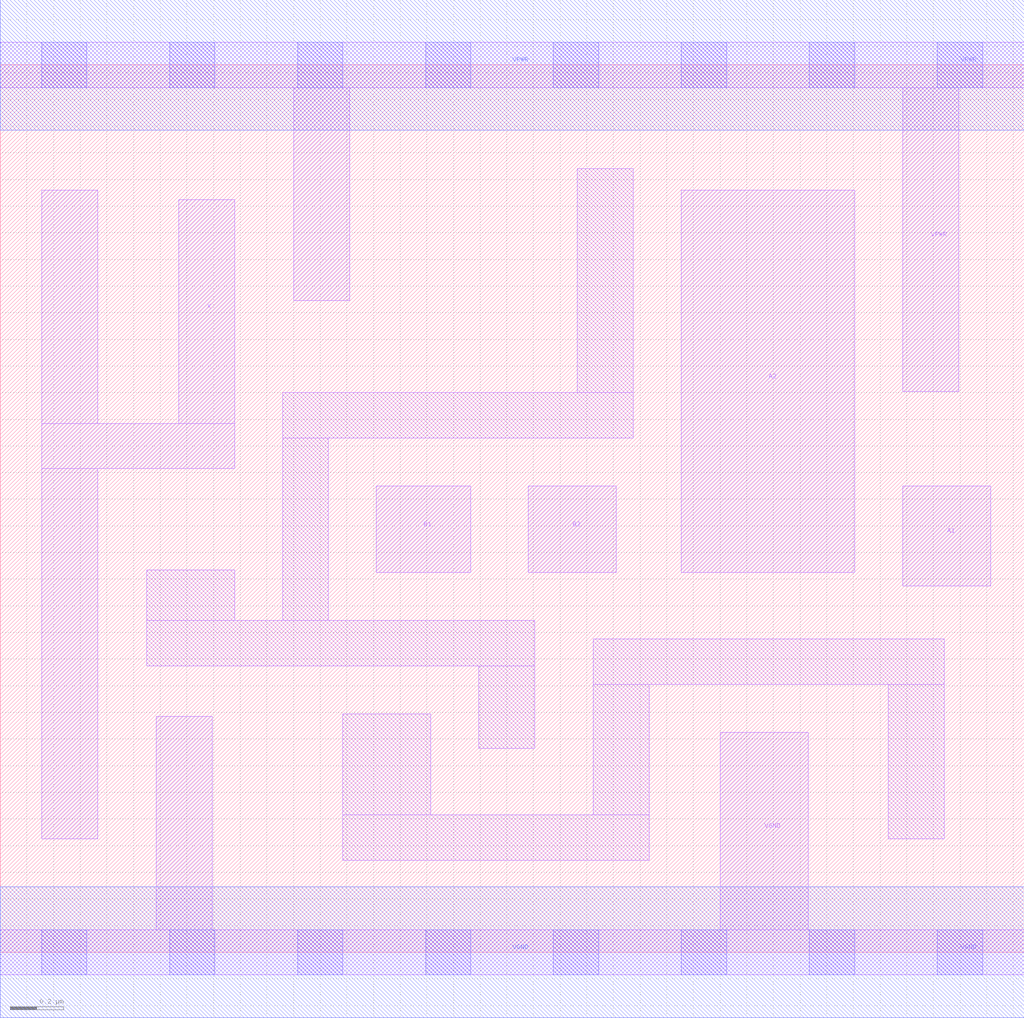
<source format=lef>
# Copyright 2020 The SkyWater PDK Authors
#
# Licensed under the Apache License, Version 2.0 (the "License");
# you may not use this file except in compliance with the License.
# You may obtain a copy of the License at
#
#     https://www.apache.org/licenses/LICENSE-2.0
#
# Unless required by applicable law or agreed to in writing, software
# distributed under the License is distributed on an "AS IS" BASIS,
# WITHOUT WARRANTIES OR CONDITIONS OF ANY KIND, either express or implied.
# See the License for the specific language governing permissions and
# limitations under the License.
#
# SPDX-License-Identifier: Apache-2.0

VERSION 5.7 ;
  NAMESCASESENSITIVE ON ;
  NOWIREEXTENSIONATPIN ON ;
  DIVIDERCHAR "/" ;
  BUSBITCHARS "[]" ;
UNITS
  DATABASE MICRONS 200 ;
END UNITS
MACRO sky130_fd_sc_lp__o22a_1
  CLASS CORE ;
  SOURCE USER ;
  FOREIGN sky130_fd_sc_lp__o22a_1 ;
  ORIGIN  0.000000  0.000000 ;
  SIZE  3.840000 BY  3.330000 ;
  SYMMETRY X Y R90 ;
  SITE unit ;
  PIN A1
    ANTENNAGATEAREA  0.315000 ;
    DIRECTION INPUT ;
    USE SIGNAL ;
    PORT
      LAYER li1 ;
        RECT 3.385000 1.375000 3.715000 1.750000 ;
    END
  END A1
  PIN A2
    ANTENNAGATEAREA  0.315000 ;
    DIRECTION INPUT ;
    USE SIGNAL ;
    PORT
      LAYER li1 ;
        RECT 2.555000 1.425000 3.205000 2.860000 ;
    END
  END A2
  PIN B1
    ANTENNAGATEAREA  0.315000 ;
    DIRECTION INPUT ;
    USE SIGNAL ;
    PORT
      LAYER li1 ;
        RECT 1.410000 1.425000 1.765000 1.750000 ;
    END
  END B1
  PIN B2
    ANTENNAGATEAREA  0.315000 ;
    DIRECTION INPUT ;
    USE SIGNAL ;
    PORT
      LAYER li1 ;
        RECT 1.980000 1.425000 2.310000 1.750000 ;
    END
  END B2
  PIN X
    ANTENNADIFFAREA  0.556500 ;
    DIRECTION OUTPUT ;
    USE SIGNAL ;
    PORT
      LAYER li1 ;
        RECT 0.155000 0.425000 0.365000 1.815000 ;
        RECT 0.155000 1.815000 0.880000 1.985000 ;
        RECT 0.155000 1.985000 0.365000 2.860000 ;
        RECT 0.670000 1.985000 0.880000 2.825000 ;
    END
  END X
  PIN VGND
    DIRECTION INOUT ;
    USE GROUND ;
    PORT
      LAYER li1 ;
        RECT 0.000000 -0.085000 3.840000 0.085000 ;
        RECT 0.585000  0.085000 0.795000 0.885000 ;
        RECT 2.700000  0.085000 3.030000 0.825000 ;
      LAYER mcon ;
        RECT 0.155000 -0.085000 0.325000 0.085000 ;
        RECT 0.635000 -0.085000 0.805000 0.085000 ;
        RECT 1.115000 -0.085000 1.285000 0.085000 ;
        RECT 1.595000 -0.085000 1.765000 0.085000 ;
        RECT 2.075000 -0.085000 2.245000 0.085000 ;
        RECT 2.555000 -0.085000 2.725000 0.085000 ;
        RECT 3.035000 -0.085000 3.205000 0.085000 ;
        RECT 3.515000 -0.085000 3.685000 0.085000 ;
      LAYER met1 ;
        RECT 0.000000 -0.245000 3.840000 0.245000 ;
    END
  END VGND
  PIN VPWR
    DIRECTION INOUT ;
    USE POWER ;
    PORT
      LAYER li1 ;
        RECT 0.000000 3.245000 3.840000 3.415000 ;
        RECT 1.100000 2.445000 1.310000 3.245000 ;
        RECT 3.385000 2.105000 3.595000 3.245000 ;
      LAYER mcon ;
        RECT 0.155000 3.245000 0.325000 3.415000 ;
        RECT 0.635000 3.245000 0.805000 3.415000 ;
        RECT 1.115000 3.245000 1.285000 3.415000 ;
        RECT 1.595000 3.245000 1.765000 3.415000 ;
        RECT 2.075000 3.245000 2.245000 3.415000 ;
        RECT 2.555000 3.245000 2.725000 3.415000 ;
        RECT 3.035000 3.245000 3.205000 3.415000 ;
        RECT 3.515000 3.245000 3.685000 3.415000 ;
      LAYER met1 ;
        RECT 0.000000 3.085000 3.840000 3.575000 ;
    END
  END VPWR
  OBS
    LAYER li1 ;
      RECT 0.550000 1.075000 2.005000 1.245000 ;
      RECT 0.550000 1.245000 0.880000 1.435000 ;
      RECT 1.060000 1.245000 1.230000 1.930000 ;
      RECT 1.060000 1.930000 2.375000 2.100000 ;
      RECT 1.285000 0.345000 2.435000 0.515000 ;
      RECT 1.285000 0.515000 1.615000 0.895000 ;
      RECT 1.795000 0.765000 2.005000 1.075000 ;
      RECT 2.165000 2.100000 2.375000 2.940000 ;
      RECT 2.225000 0.515000 2.435000 1.005000 ;
      RECT 2.225000 1.005000 3.540000 1.175000 ;
      RECT 3.330000 0.425000 3.540000 1.005000 ;
  END
END sky130_fd_sc_lp__o22a_1

</source>
